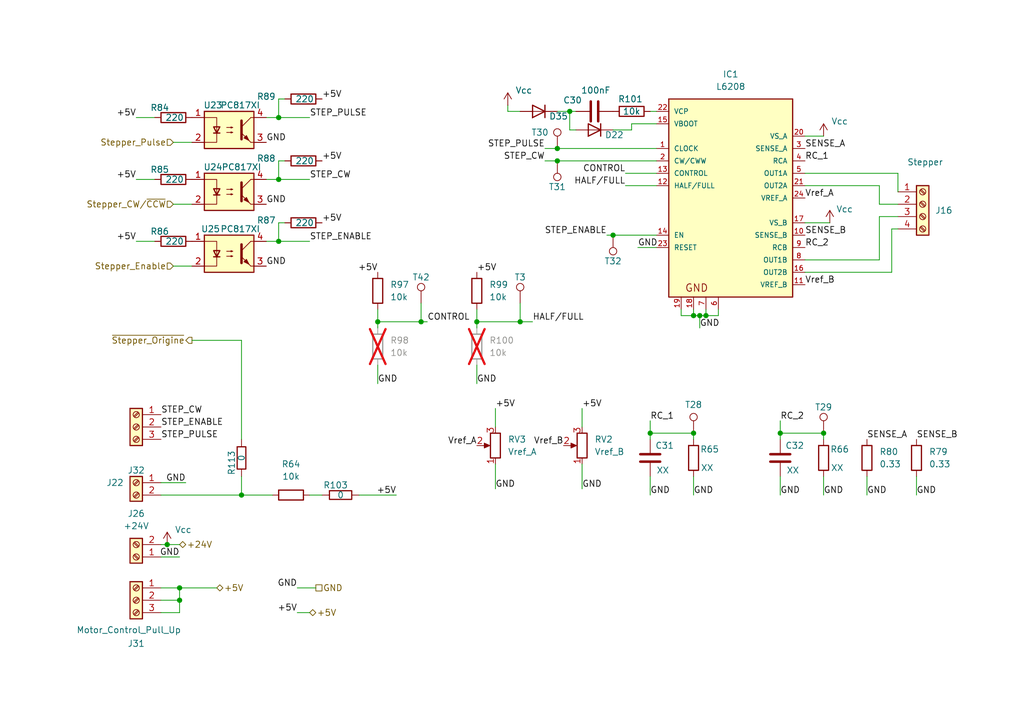
<source format=kicad_sch>
(kicad_sch (version 20231120) (generator "eeschema") (generator_version "8.0")
  (paper "A5")
  (title_block (title "Stepper controller") (date "2024-04-17") (rev "1.0"))
  (lib_symbols
    (symbol "Connector:Screw_Terminal_01x02" (pin_names (offset 1.016) hide)
      (property "Reference" "J" (at 0 2.54 0))
      (property "Value" "Screw_Terminal_01x02" (at 0 -5.08 0))
      (symbol "Screw_Terminal_01x02_1_1"
        (rectangle (start -1.27 1.27) (end 1.27 -3.81) (stroke (width 0.254)) (fill (type background)))
        (circle (center 0 -2.54) (radius 0.635) (stroke (width 0.1524)))
        (polyline (pts (xy -0.5334 -2.2098) (xy 0.3302 -3.048)) (stroke (width 0.1524)))
        (polyline (pts (xy -0.5334 0.3302) (xy 0.3302 -0.508)) (stroke (width 0.1524)))
        (polyline (pts (xy -0.3556 -2.032) (xy 0.508 -2.8702)) (stroke (width 0.1524)))
        (polyline (pts (xy -0.3556 0.508) (xy 0.508 -0.3302)) (stroke (width 0.1524)))
        (circle (center 0 0) (radius 0.635) (stroke (width 0.1524)))
        (pin passive line (at -5.08 0 0) (length 3.81) (name "Pin_1") (number "1"))
        (pin passive line (at -5.08 -2.54 0) (length 3.81) (name "Pin_2") (number "2"))
      )
    )
    (symbol "Connector:Screw_Terminal_01x03" (pin_names (offset 1.016) hide)
      (property "Reference" "J" (at 0 5.08 0))
      (property "Value" "Screw_Terminal_01x03" (at 0 -5.08 0))
      (symbol "Screw_Terminal_01x03_1_1"
        (rectangle (start -1.27 3.81) (end 1.27 -3.81) (stroke (width 0.254)) (fill (type background)))
        (circle (center 0 -2.54) (radius 0.635) (stroke (width 0.1524)))
        (polyline (pts (xy -0.5334 -2.2098) (xy 0.3302 -3.048)) (stroke (width 0.1524)))
        (polyline (pts (xy -0.5334 0.3302) (xy 0.3302 -0.508)) (stroke (width 0.1524)))
        (polyline (pts (xy -0.5334 2.8702) (xy 0.3302 2.032)) (stroke (width 0.1524)))
        (polyline (pts (xy -0.3556 -2.032) (xy 0.508 -2.8702)) (stroke (width 0.1524)))
        (polyline (pts (xy -0.3556 0.508) (xy 0.508 -0.3302)) (stroke (width 0.1524)))
        (polyline (pts (xy -0.3556 3.048) (xy 0.508 2.2098)) (stroke (width 0.1524)))
        (circle (center 0 0) (radius 0.635) (stroke (width 0.1524)))
        (circle (center 0 2.54) (radius 0.635) (stroke (width 0.1524)))
        (pin passive line (at -5.08 2.54 0) (length 3.81) (name "Pin_1") (number "1"))
        (pin passive line (at -5.08 0 0) (length 3.81) (name "Pin_2") (number "2"))
        (pin passive line (at -5.08 -2.54 0) (length 3.81) (name "Pin_3") (number "3"))
      )
    )
    (symbol "Connector:Screw_Terminal_01x04" (pin_names (offset 1.016) hide)
      (property "Reference" "J" (at 0 5.08 0))
      (property "Value" "Screw_Terminal_01x04" (at 0 -7.62 0))
      (symbol "Screw_Terminal_01x04_1_1"
        (rectangle (start -1.27 3.81) (end 1.27 -6.35) (stroke (width 0.254)) (fill (type background)))
        (circle (center 0 -5.08) (radius 0.635) (stroke (width 0.1524)))
        (circle (center 0 -2.54) (radius 0.635) (stroke (width 0.1524)))
        (polyline (pts (xy -0.5334 -4.7498) (xy 0.3302 -5.588)) (stroke (width 0.1524)))
        (polyline (pts (xy -0.5334 -2.2098) (xy 0.3302 -3.048)) (stroke (width 0.1524)))
        (polyline (pts (xy -0.5334 0.3302) (xy 0.3302 -0.508)) (stroke (width 0.1524)))
        (polyline (pts (xy -0.5334 2.8702) (xy 0.3302 2.032)) (stroke (width 0.1524)))
        (polyline (pts (xy -0.3556 -4.572) (xy 0.508 -5.4102)) (stroke (width 0.1524)))
        (polyline (pts (xy -0.3556 -2.032) (xy 0.508 -2.8702)) (stroke (width 0.1524)))
        (polyline (pts (xy -0.3556 0.508) (xy 0.508 -0.3302)) (stroke (width 0.1524)))
        (polyline (pts (xy -0.3556 3.048) (xy 0.508 2.2098)) (stroke (width 0.1524)))
        (circle (center 0 0) (radius 0.635) (stroke (width 0.1524)))
        (circle (center 0 2.54) (radius 0.635) (stroke (width 0.1524)))
        (pin passive line (at -5.08 2.54 0) (length 3.81) (name "Pin_1") (number "1"))
        (pin passive line (at -5.08 0 0) (length 3.81) (name "Pin_2") (number "2"))
        (pin passive line (at -5.08 -2.54 0) (length 3.81) (name "Pin_3") (number "3"))
        (pin passive line (at -5.08 -5.08 0) (length 3.81) (name "Pin_4") (number "4"))
      )
    )
    (symbol "Connector:TestPoint" (pin_numbers hide) (pin_names (offset 0.762) hide)
      (property "Reference" "TP" (at 0 6.858 0))
      (property "Value" "TestPoint" (at 0 5.08 0))
      (symbol "TestPoint_0_1"
        (circle (center 0 3.302) (radius 0.762))
      )
      (symbol "TestPoint_1_1"
        (pin passive line (at 0 0 90) (length 2.54) (name "1") (number "1"))
      )
    )
    (symbol "Device:C" (pin_numbers hide) (pin_names (offset 0.254))
      (property "Reference" "C" (at 0.635 2.54 0))
      (property "Value" "C" (at 0.635 -2.54 0))
      (symbol "C_0_1"
        (polyline (pts (xy -2.032 -0.762) (xy 2.032 -0.762)) (stroke (width 0.508)))
        (polyline (pts (xy -2.032 0.762) (xy 2.032 0.762)) (stroke (width 0.508)))
      )
      (symbol "C_1_1"
        (pin passive line (at 0 3.81 270) (length 2.794) (name "~") (number "1"))
        (pin passive line (at 0 -3.81 90) (length 2.794) (name "~") (number "2"))
      )
    )
    (symbol "Device:R" (pin_numbers hide) (pin_names (offset 0))
      (property "Reference" "R" (at 2.032 0 90))
      (property "Value" "R" (at 0 0 90))
      (symbol "R_0_1"
        (rectangle (start -1.016 -2.54) (end 1.016 2.54) (stroke (width 0.254)))
      )
      (symbol "R_1_1"
        (pin passive line (at 0 3.81 270) (length 1.27) (name "~") (number "1"))
        (pin passive line (at 0 -3.81 90) (length 1.27) (name "~") (number "2"))
      )
    )
    (symbol "Device:R_Potentiometer" (pin_names (offset 1.016) hide)
      (property "Reference" "RV" (at -4.445 0 90))
      (property "Value" "R_Potentiometer" (at -2.54 0 90))
      (symbol "R_Potentiometer_0_1"
        (polyline (pts (xy 2.54 0) (xy 1.524 0)))
        (polyline (pts (xy 1.143 0) (xy 2.286 0.508) (xy 2.286 -0.508) (xy 1.143 0)) (fill (type outline)))
        (rectangle (start 1.016 2.54) (end -1.016 -2.54) (stroke (width 0.254)))
      )
      (symbol "R_Potentiometer_1_1"
        (pin passive line (at 0 3.81 270) (length 1.27) (name "1") (number "1"))
        (pin passive line (at 3.81 0 180) (length 1.27) (name "2") (number "2"))
        (pin passive line (at 0 -3.81 90) (length 1.27) (name "3") (number "3"))
      )
    )
    (symbol "Diode:1N4148" (pin_numbers hide) (pin_names hide)
      (property "Reference" "D" (at 0 2.54 0))
      (property "Value" "1N4148" (at 0 -2.54 0))
      (symbol "1N4148_0_1"
        (polyline (pts (xy -1.27 1.27) (xy -1.27 -1.27)) (stroke (width 0.254)))
        (polyline (pts (xy 1.27 0) (xy -1.27 0)))
        (polyline (pts (xy 1.27 1.27) (xy 1.27 -1.27) (xy -1.27 0) (xy 1.27 1.27)) (stroke (width 0.254)))
      )
      (symbol "1N4148_1_1"
        (pin passive line (at -3.81 0 0) (length 2.54) (name "K") (number "1"))
        (pin passive line (at 3.81 0 180) (length 2.54) (name "A") (number "2"))
      )
    )
    (symbol "Isolator:PC817" (pin_names (offset 1.016))
      (property "Reference" "U" (at -5.08 5.08 0))
      (property "Value" "PC817" (at 0 5.08 0))
      (symbol "PC817_0_1"
        (rectangle (start -5.08 3.81) (end 5.08 -3.81) (stroke (width 0.254)) (fill (type background)))
        (polyline (pts (xy -3.175 -0.635) (xy -1.905 -0.635)) (stroke (width 0.254)))
        (polyline (pts (xy 2.54 0.635) (xy 4.445 2.54)))
        (polyline (pts (xy 4.445 -2.54) (xy 2.54 -0.635)) (fill (type outline)))
        (polyline (pts (xy 4.445 -2.54) (xy 5.08 -2.54)))
        (polyline (pts (xy 4.445 2.54) (xy 5.08 2.54)))
        (polyline (pts (xy -5.08 2.54) (xy -2.54 2.54) (xy -2.54 -0.635)))
        (polyline (pts (xy -2.54 -0.635) (xy -2.54 -2.54) (xy -5.08 -2.54)))
        (polyline (pts (xy 2.54 1.905) (xy 2.54 -1.905) (xy 2.54 -1.905)) (stroke (width 0.508)))
        (polyline (pts (xy -2.54 -0.635) (xy -3.175 0.635) (xy -1.905 0.635) (xy -2.54 -0.635)) (stroke (width 0.254)))
        (polyline (pts (xy -0.508 -0.508) (xy 0.762 -0.508) (xy 0.381 -0.635) (xy 0.381 -0.381) (xy 0.762 -0.508)))
        (polyline (pts (xy -0.508 0.508) (xy 0.762 0.508) (xy 0.381 0.381) (xy 0.381 0.635) (xy 0.762 0.508)))
        (polyline (pts (xy 3.048 -1.651) (xy 3.556 -1.143) (xy 4.064 -2.159) (xy 3.048 -1.651) (xy 3.048 -1.651)) (fill (type outline)))
      )
      (symbol "PC817_1_1"
        (pin passive line (at -7.62 2.54 0) (length 2.54) (name "~") (number "1"))
        (pin passive line (at -7.62 -2.54 0) (length 2.54) (name "~") (number "2"))
        (pin passive line (at 7.62 -2.54 180) (length 2.54) (name "~") (number "3"))
        (pin passive line (at 7.62 2.54 180) (length 2.54) (name "~") (number "4"))
      )
    )
    (symbol "L6208:L6208" (pin_names (offset 1.016))
      (property "Reference" "IC" (at -12.7204 21.6247 0))
      (property "Value" "L6208" (at 0 -22.8852 0))
      (symbol "L6208_0_0"
        (rectangle (start -12.7 -20.32) (end 12.7 20.32) (stroke (width 0.254)) (fill (type background)))
        (text "GND" (at -9.4127 -19.3341 0) (effects (font (size 1.5264 1.5264)) (justify left bottom)))
        (pin input line (at -15.24 10.16 0) (length 2.54) (name "CLOCK") (number "1"))
        (pin input line (at 15.24 -7.62 180) (length 2.54) (name "SENSE_B") (number "10"))
        (pin input line (at 15.24 -17.78 180) (length 2.54) (name "VREF_B") (number "11"))
        (pin input line (at -15.24 2.54 0) (length 2.54) (name "HALF/FULL") (number "12"))
        (pin input line (at -15.24 5.08 0) (length 2.54) (name "CONTROL") (number "13"))
        (pin input line (at -15.24 -7.62 0) (length 2.54) (name "EN") (number "14"))
        (pin input line (at -15.24 15.24 0) (length 2.54) (name "VBOOT") (number "15"))
        (pin output line (at 15.24 -15.24 180) (length 2.54) (name "OUT2B") (number "16"))
        (pin bidirectional line (at 15.24 -5.08 180) (length 2.54) (name "VS_B") (number "17"))
        (pin power_in line (at -7.62 -22.86 90) (length 2.54) (name "~") (number "18"))
        (pin power_in line (at -10.16 -22.86 90) (length 2.54) (name "~") (number "19"))
        (pin input line (at -15.24 7.62 0) (length 2.54) (name "CW/CWW") (number "2"))
        (pin bidirectional line (at 15.24 12.7 180) (length 2.54) (name "VS_A") (number "20"))
        (pin output line (at 15.24 2.54 180) (length 2.54) (name "OUT2A") (number "21"))
        (pin input line (at -15.24 17.78 0) (length 2.54) (name "VCP") (number "22"))
        (pin input line (at -15.24 -10.16 0) (length 2.54) (name "RESET") (number "23"))
        (pin input line (at 15.24 0 180) (length 2.54) (name "VREF_A") (number "24"))
        (pin input line (at 15.24 10.16 180) (length 2.54) (name "SENSE_A") (number "3"))
        (pin input line (at 15.24 7.62 180) (length 2.54) (name "RCA") (number "4"))
        (pin output line (at 15.24 5.08 180) (length 2.54) (name "OUT1A") (number "5"))
        (pin power_in line (at -2.54 -22.86 90) (length 2.54) (name "~") (number "6"))
        (pin power_in line (at -5.08 -22.86 90) (length 2.54) (name "~") (number "7"))
        (pin output line (at 15.24 -12.7 180) (length 2.54) (name "OUT1B") (number "8"))
        (pin input line (at 15.24 -10.16 180) (length 2.54) (name "RCB") (number "9"))
      )
    )
    (symbol "PCM_SL_Devices:Resistor_0.5W"
      (property "Reference" "R" (at 0 5.08 0))
      (property "Value" "Resistor_0.5W" (at 0 2.54 0))
      (symbol "Resistor_0.5W_0_1"
        (rectangle (start -2.286 0.889) (end 2.286 -0.889) (stroke (width 0.24)))
      )
      (symbol "Resistor_0.5W_1_1"
        (pin passive line (at -3.81 0 0) (length 1.5) (name "") (number "1"))
        (pin passive line (at 3.81 0 180) (length 1.5) (name "~") (number "2"))
      )
    )
    (symbol "power:+24V" (power) (pin_numbers hide) (pin_names (offset 0) hide)
      (property "Value" "+24V" (at 0 3.556 0))
      (symbol "+24V_0_1"
        (polyline (pts (xy -0.762 1.27) (xy 0 2.54)))
        (polyline (pts (xy 0 0) (xy 0 2.54)))
        (polyline (pts (xy 0 2.54) (xy 0.762 1.27)))
      )
      (symbol "+24V_1_1"
        (pin power_in line (at 0 0 90) (length 0) (name "~") (number "1"))
      )
    )
  )
  (junction (at 57.15 24.13))
  (junction (at 77.47 66.04))
  (junction (at 34.29 111.76))
  (junction (at 86.36 66.04))
  (junction (at 160.02 88.9))
  (junction (at 57.15 49.53))
  (junction (at 116.84 22.86))
  (junction (at 142.24 88.9))
  (junction (at 133.35 88.9))
  (junction (at 168.91 88.9))
  (junction (at 143.51 64.77))
  (junction (at 142.24 64.77))
  (junction (at 49.53 101.6))
  (junction (at 97.79 66.04))
  (junction (at 144.78 64.77))
  (junction (at 114.3 30.48))
  (junction (at 57.15 36.83))
  (junction (at 125.73 48.26))
  (junction (at 36.83 120.65))
  (junction (at 36.83 123.19))
  (junction (at 106.68 66.04))
  (junction (at 114.3 33.02))
  (wire (pts (xy 101.6 95.25) (xy 101.6 100.33)))
  (wire (pts (xy 27.94 24.13) (xy 31.75 24.13)))
  (wire (pts (xy 160.02 97.79) (xy 160.02 101.6)))
  (wire (pts (xy 106.68 66.04) (xy 97.79 66.04)))
  (wire (pts (xy 165.1 38.1) (xy 180.34 38.1)))
  (wire (pts (xy 180.34 53.34) (xy 180.34 44.45)))
  (wire (pts (xy 180.34 38.1) (xy 180.34 41.91)))
  (wire (pts (xy 165.1 55.88) (xy 182.88 55.88)))
  (wire (pts (xy 109.22 66.04) (xy 106.68 66.04)))
  (wire (pts (xy 104.14 22.86) (xy 106.68 22.86)))
  (wire (pts (xy 139.7 63.5) (xy 139.7 64.77)))
  (wire (pts (xy 57.15 45.72) (xy 58.42 45.72)))
  (wire (pts (xy 36.83 111.76) (xy 34.29 111.76)))
  (wire (pts (xy 116.84 26.67) (xy 118.11 26.67)))
  (wire (pts (xy 119.38 83.82) (xy 119.38 87.63)))
  (wire (pts (xy 125.73 26.67) (xy 129.54 26.67)))
  (wire (pts (xy 129.54 25.4) (xy 134.62 25.4)))
  (wire (pts (xy 180.34 41.91) (xy 184.15 41.91)))
  (wire (pts (xy 77.47 74.93) (xy 77.47 78.74)))
  (wire (pts (xy 27.94 36.83) (xy 31.75 36.83)))
  (wire (pts (xy 49.53 69.85) (xy 49.53 90.17)))
  (wire (pts (xy 54.61 24.13) (xy 57.15 24.13)))
  (wire (pts (xy 104.14 21.59) (xy 104.14 22.86)))
  (wire (pts (xy 57.15 49.53) (xy 57.15 45.72)))
  (wire (pts (xy 57.15 36.83) (xy 57.15 33.02)))
  (wire (pts (xy 128.27 38.1) (xy 134.62 38.1)))
  (wire (pts (xy 165.1 27.94) (xy 168.91 27.94)))
  (wire (pts (xy 144.78 64.77) (xy 143.51 64.77)))
  (wire (pts (xy 128.27 35.56) (xy 134.62 35.56)))
  (wire (pts (xy 106.68 62.23) (xy 106.68 66.04)))
  (wire (pts (xy 142.24 63.5) (xy 142.24 64.77)))
  (wire (pts (xy 63.5 125.73) (xy 60.96 125.73)))
  (wire (pts (xy 147.32 64.77) (xy 144.78 64.77)))
  (wire (pts (xy 177.8 97.79) (xy 177.8 101.6)))
  (wire (pts (xy 97.79 66.04) (xy 97.79 67.31)))
  (wire (pts (xy 133.35 22.86) (xy 134.62 22.86)))
  (wire (pts (xy 54.61 49.53) (xy 57.15 49.53)))
  (wire (pts (xy 35.56 54.61) (xy 39.37 54.61)))
  (wire (pts (xy 97.79 63.5) (xy 97.79 66.04)))
  (wire (pts (xy 116.84 22.86) (xy 116.84 26.67)))
  (wire (pts (xy 184.15 35.56) (xy 184.15 39.37)))
  (wire (pts (xy 57.15 24.13) (xy 57.15 20.32)))
  (wire (pts (xy 114.3 22.86) (xy 116.84 22.86)))
  (wire (pts (xy 119.38 95.25) (xy 119.38 100.33)))
  (wire (pts (xy 111.76 33.02) (xy 114.3 33.02)))
  (wire (pts (xy 124.46 48.26) (xy 125.73 48.26)))
  (wire (pts (xy 182.88 46.99) (xy 184.15 46.99)))
  (wire (pts (xy 111.76 30.48) (xy 114.3 30.48)))
  (wire (pts (xy 114.3 33.02) (xy 134.62 33.02)))
  (wire (pts (xy 144.78 63.5) (xy 144.78 64.77)))
  (wire (pts (xy 160.02 88.9) (xy 160.02 90.17)))
  (wire (pts (xy 57.15 24.13) (xy 63.5 24.13)))
  (wire (pts (xy 130.81 50.8) (xy 134.62 50.8)))
  (wire (pts (xy 125.73 48.26) (xy 134.62 48.26)))
  (wire (pts (xy 165.1 35.56) (xy 184.15 35.56)))
  (wire (pts (xy 142.24 90.17) (xy 142.24 88.9)))
  (wire (pts (xy 168.91 97.79) (xy 168.91 101.6)))
  (wire (pts (xy 77.47 66.04) (xy 77.47 67.31)))
  (wire (pts (xy 34.29 111.76) (xy 33.02 111.76)))
  (wire (pts (xy 114.3 30.48) (xy 134.62 30.48)))
  (wire (pts (xy 139.7 64.77) (xy 142.24 64.77)))
  (wire (pts (xy 129.54 26.67) (xy 129.54 25.4)))
  (wire (pts (xy 187.96 97.79) (xy 187.96 101.6)))
  (wire (pts (xy 33.02 99.06) (xy 38.1 99.06)))
  (wire (pts (xy 77.47 63.5) (xy 77.47 66.04)))
  (wire (pts (xy 33.02 125.73) (xy 36.83 125.73)))
  (wire (pts (xy 36.83 114.3) (xy 33.02 114.3)))
  (wire (pts (xy 57.15 36.83) (xy 63.5 36.83)))
  (wire (pts (xy 142.24 97.79) (xy 142.24 101.6)))
  (wire (pts (xy 118.11 22.86) (xy 116.84 22.86)))
  (wire (pts (xy 39.37 69.85) (xy 49.53 69.85)))
  (wire (pts (xy 57.15 33.02) (xy 58.42 33.02)))
  (wire (pts (xy 44.45 120.65) (xy 36.83 120.65)))
  (wire (pts (xy 165.1 53.34) (xy 180.34 53.34)))
  (wire (pts (xy 57.15 49.53) (xy 63.5 49.53)))
  (wire (pts (xy 182.88 55.88) (xy 182.88 46.99)))
  (wire (pts (xy 86.36 62.23) (xy 86.36 66.04)))
  (wire (pts (xy 66.04 101.6) (xy 63.5 101.6)))
  (wire (pts (xy 64.77 120.65) (xy 60.96 120.65)))
  (wire (pts (xy 133.35 88.9) (xy 142.24 88.9)))
  (wire (pts (xy 97.79 74.93) (xy 97.79 78.74)))
  (wire (pts (xy 87.63 66.04) (xy 86.36 66.04)))
  (wire (pts (xy 36.83 120.65) (xy 33.02 120.65)))
  (wire (pts (xy 160.02 88.9) (xy 168.91 88.9)))
  (wire (pts (xy 36.83 123.19) (xy 36.83 120.65)))
  (wire (pts (xy 133.35 86.36) (xy 133.35 88.9)))
  (wire (pts (xy 81.28 101.6) (xy 73.66 101.6)))
  (wire (pts (xy 147.32 63.5) (xy 147.32 64.77)))
  (wire (pts (xy 35.56 29.21) (xy 39.37 29.21)))
  (wire (pts (xy 168.91 90.17) (xy 168.91 88.9)))
  (wire (pts (xy 35.56 41.91) (xy 39.37 41.91)))
  (wire (pts (xy 49.53 101.6) (xy 55.88 101.6)))
  (wire (pts (xy 133.35 88.9) (xy 133.35 90.17)))
  (wire (pts (xy 142.24 64.77) (xy 143.51 64.77)))
  (wire (pts (xy 143.51 64.77) (xy 143.51 67.31)))
  (wire (pts (xy 101.6 83.82) (xy 101.6 87.63)))
  (wire (pts (xy 54.61 36.83) (xy 57.15 36.83)))
  (wire (pts (xy 160.02 86.36) (xy 160.02 88.9)))
  (wire (pts (xy 57.15 20.32) (xy 58.42 20.32)))
  (wire (pts (xy 33.02 123.19) (xy 36.83 123.19)))
  (wire (pts (xy 180.34 44.45) (xy 184.15 44.45)))
  (wire (pts (xy 86.36 66.04) (xy 77.47 66.04)))
  (wire (pts (xy 165.1 45.72) (xy 170.18 45.72)))
  (wire (pts (xy 27.94 49.53) (xy 31.75 49.53)))
  (wire (pts (xy 49.53 97.79) (xy 49.53 101.6)))
  (wire (pts (xy 49.53 101.6) (xy 33.02 101.6)))
  (wire (pts (xy 133.35 97.79) (xy 133.35 101.6)))
  (wire (pts (xy 36.83 125.73) (xy 36.83 123.19)))
  (label "GND" (at 38.1 99.06 180))
  (label "STEP_ENABLE" (at 63.5 49.53 0))
  (label "GND" (at 101.6 100.33 0))
  (label "SENSE_A" (at 165.1 30.48 0))
  (label "+5V" (at 66.04 20.32 0))
  (label "GND" (at 177.8 101.6 0))
  (label "STEP_PULSE" (at 33.02 90.17 0))
  (label "GND" (at 54.61 29.21 0))
  (label "STEP_PULSE" (at 63.5 24.13 0))
  (label "+5V" (at 77.47 55.88 180))
  (label "GND" (at 130.81 50.8 0))
  (label "+5V" (at 27.94 49.53 180))
  (label "CONTROL" (at 87.63 66.04 0))
  (label "GND" (at 168.91 101.6 0))
  (label "RC_1" (at 133.35 86.36 0))
  (label "SENSE_B" (at 187.96 90.17 0))
  (label "STEP_ENABLE" (at 33.02 87.63 0))
  (label "STEP_ENABLE" (at 124.46 48.26 180))
  (label "STEP_CW" (at 33.02 85.09 0))
  (label "+5V" (at 66.04 33.02 0))
  (label "GND" (at 36.83 114.3 180))
  (label "GND" (at 97.79 78.74 0))
  (label "Vref_B" (at 165.1 58.42 0))
  (label "+5V" (at 27.94 24.13 180))
  (label "GND" (at 54.61 41.91 0))
  (label "STEP_CW" (at 63.5 36.83 0))
  (label "GND" (at 119.38 100.33 0))
  (label "GND" (at 54.61 54.61 0))
  (label "Vref_B" (at 115.57 91.44 180))
  (label "GND" (at 160.02 101.6 0))
  (label "GND" (at 142.24 101.6 0))
  (label "RC_2" (at 165.1 50.8 0))
  (label "+5V" (at 27.94 36.83 180))
  (label "Vref_A" (at 97.79 91.44 180))
  (label "RC_2" (at 160.02 86.36 0))
  (label "+5V" (at 119.38 83.82 0))
  (label "STEP_PULSE" (at 111.76 30.48 180))
  (label "SENSE_A" (at 177.8 90.17 0))
  (label "CONTROL" (at 128.27 35.56 180))
  (label "Vref_A" (at 165.1 40.64 0))
  (label "+5V" (at 81.28 101.6 180))
  (label "GND" (at 77.47 78.74 0))
  (label "+5V" (at 66.04 45.72 0))
  (label "STEP_CW" (at 111.76 33.02 180))
  (label "HALF{slash}FULL" (at 128.27 38.1 180))
  (label "GND" (at 133.35 101.6 0))
  (label "GND" (at 143.51 67.31 0))
  (label "+5V" (at 101.6 83.82 0))
  (label "GND" (at 60.96 120.65 180))
  (label "+5V" (at 60.96 125.73 180))
  (label "HALF{slash}FULL" (at 109.22 66.04 0))
  (label "+5V" (at 97.79 55.88 0))
  (label "RC_1" (at 165.1 33.02 0))
  (label "SENSE_B" (at 165.1 48.26 0))
  (label "GND" (at 187.96 101.6 0))
  (hierarchical_label "+24V" (shape bidirectional) (at 36.83 111.76 0))
  (hierarchical_label "Stepper_Pulse" (shape input) (at 35.56 29.21 180))
  (hierarchical_label "GND" (shape passive) (at 64.77 120.65 0))
  (hierarchical_label "Stepper_CW{slash}~{CCW}" (shape input) (at 35.56 41.91 180))
  (hierarchical_label "+5V" (shape bidirectional) (at 63.5 125.73 0))
  (hierarchical_label "+5V" (shape bidirectional) (at 44.45 120.65 0))
  (hierarchical_label "Stepper_Enable" (shape input) (at 35.56 54.61 180))
  (hierarchical_label "~{Stepper_Origine}" (shape output) (at 39.37 69.85 180))
  (symbol (lib_id "PCM_SL_Devices:Resistor_0.5W") (at 49.53 93.98 90) (unit 1)
    (property "Reference" "R113" (at 47.498 94.996 0))
    (property "Value" "0" (at 49.53 93.98 0))
    (property "Footprint" "Resistor_SMD:R_0603_1608Metric" (effects (hide yes)))
  )
  (symbol (lib_id "Connector:TestPoint") (at 114.3 30.48 0) (unit 1)
    (property "Reference" "T30" (at 110.744 27.178 0))
    (property "Value" "TP" (effects (hide yes)))
    (property "Footprint" "TestPoint:TestPoint_Pad_D1.0mm" (effects (hide yes)))
    (property "Description" "test point" (effects (hide yes)))
  )
  (symbol (lib_id "power:+24V") (at 34.29 111.76 0) (unit 1)
    (property "Reference" "#PWR048" (effects (hide yes)))
    (property "Value" "Vcc" (at 37.592 108.712 0))
    (property "Description" "Power symbol creates a global label with name \"+24V\"" (effects (hide yes)))
  )
  (symbol (lib_id "power:+24V") (at 168.91 27.94 0) (unit 1)
    (property "Reference" "#PWR042" (effects (hide yes)))
    (property "Value" "Vcc" (at 172.212 24.892 0))
    (property "Description" "Power symbol creates a global label with name \"+24V\"" (effects (hide yes)))
  )
  (symbol (lib_id "Connector:TestPoint") (at 142.24 88.9 0) (unit 1)
    (property "Reference" "T28" (at 142.24 83.058 0))
    (property "Value" "TP" (effects (hide yes)))
    (property "Footprint" "TestPoint:TestPoint_Pad_D1.0mm" (effects (hide yes)))
    (property "Description" "test point" (effects (hide yes)))
  )
  (symbol (lib_id "Device:C") (at 133.35 93.98 0) (unit 1)
    (property "Reference" "C31" (at 134.366 91.44 0) (effects (justify left)))
    (property "Value" "XX" (at 134.62 96.52 0) (effects (justify left)))
    (property "Footprint" "Capacitor_SMD:C_0603_1608Metric" (effects (hide yes)))
  )
  (symbol (lib_id "Device:R") (at 62.23 45.72 270) (unit 1)
    (property "Reference" "R87" (at 54.61 45.212 90))
    (property "Value" "220" (at 62.484 45.72 90))
    (property "Footprint" "Resistor_SMD:R_0603_1608Metric" (effects (hide yes)))
  )
  (symbol (lib_id "Device:R") (at 77.47 71.12 0) (mirror y) (unit 1) (in_bom no) (dnp yes)
    (property "Reference" "R98" (at 80.01 69.8499 0) (effects (justify right)))
    (property "Value" "10k" (at 80.01 72.3899 0) (effects (justify right)))
    (property "Footprint" "Resistor_SMD:R_0603_1608Metric" (effects (hide yes)))
  )
  (symbol (lib_id "Connector:TestPoint") (at 168.91 88.9 0) (unit 1)
    (property "Reference" "T29" (at 168.91 83.566 0))
    (property "Value" "TP" (effects (hide yes)))
    (property "Footprint" "TestPoint:TestPoint_Pad_D1.0mm" (effects (hide yes)))
    (property "Description" "test point" (effects (hide yes)))
  )
  (symbol (lib_id "Device:C") (at 160.02 93.98 0) (unit 1)
    (property "Reference" "C32" (at 161.036 91.44 0) (effects (justify left)))
    (property "Value" "XX" (at 161.29 96.52 0) (effects (justify left)))
    (property "Footprint" "Capacitor_SMD:C_0603_1608Metric" (effects (hide yes)))
  )
  (symbol (lib_id "Connector:TestPoint") (at 114.3 33.02 180) (unit 1)
    (property "Reference" "T31" (at 114.3 38.354 0))
    (property "Value" "TP" (effects (hide yes)))
    (property "Footprint" "TestPoint:TestPoint_Pad_D1.0mm" (effects (hide yes)))
    (property "Description" "test point" (effects (hide yes)))
  )
  (symbol (lib_id "Device:R") (at 142.24 93.98 180) (unit 1)
    (property "Reference" "R65" (at 145.542 92.202 0))
    (property "Value" "XX" (at 145.034 96.012 0))
    (property "Footprint" "Resistor_SMD:R_0603_1608Metric" (effects (hide yes)))
  )
  (symbol (lib_id "Device:R_Potentiometer") (at 101.6 91.44 180) (unit 1)
    (property "Reference" "RV3" (at 104.14 90.1699 0) (effects (justify right)))
    (property "Value" "Vref_A" (at 104.14 92.7099 0) (effects (justify right)))
    (property "Footprint" "Potentiometer_SMD:Potentiometer_Bourns_TC33X_Vertical" (effects (hide yes)))
    (property "Description" "Potentiometer" (effects (hide yes)))
  )
  (symbol (lib_id "Device:R") (at 168.91 93.98 180) (unit 1)
    (property "Reference" "R66" (at 172.212 92.202 0))
    (property "Value" "XX" (at 171.704 96.012 0))
    (property "Footprint" "Resistor_SMD:R_0603_1608Metric" (effects (hide yes)))
  )
  (symbol (lib_id "Device:R") (at 59.69 101.6 270) (mirror x) (unit 1)
    (property "Reference" "R64" (at 59.69 95.25 90))
    (property "Value" "10k" (at 59.69 97.79 90))
    (property "Footprint" "Resistor_SMD:R_0603_1608Metric" (effects (hide yes)))
  )
  (symbol (lib_id "Connector:TestPoint") (at 106.68 62.23 0) (unit 1)
    (property "Reference" "T3" (at 106.68 56.896 0))
    (property "Value" "TP" (effects (hide yes)))
    (property "Footprint" "TestPoint:TestPoint_Pad_D1.0mm" (effects (hide yes)))
    (property "Description" "test point" (effects (hide yes)))
  )
  (symbol (lib_id "Connector:TestPoint") (at 125.73 48.26 180) (unit 1)
    (property "Reference" "T32" (at 125.73 53.594 0))
    (property "Value" "TP" (effects (hide yes)))
    (property "Footprint" "TestPoint:TestPoint_Pad_D1.0mm" (effects (hide yes)))
    (property "Description" "test point" (effects (hide yes)))
  )
  (symbol (lib_id "Connector:Screw_Terminal_01x03") (at 27.94 87.63 0) (mirror y) (unit 1)
    (property "Reference" "J32" (at 27.94 96.52 0))
    (property "Value" "KF128-2.54_3P" (effects (hide yes)))
    (property "Footprint" "TerminalBlock_Phoenix:TerminalBlock_Phoenix_MPT-0,5-3-2.54_1x03_P2.54mm_Horizontal" (effects (hide yes)))
    (property "Description" "Generic screw terminal, single row, 01x03, script generated (kicad-library-utils/schlib/autogen/connector/)" (effects (hide yes)))
  )
  (symbol (lib_id "power:+24V") (at 104.14 21.59 0) (unit 1)
    (property "Reference" "#PWR044" (effects (hide yes)))
    (property "Value" "Vcc" (at 107.442 18.542 0))
    (property "Description" "Power symbol creates a global label with name \"+24V\"" (effects (hide yes)))
  )
  (symbol (lib_id "Device:R") (at 97.79 71.12 0) (mirror y) (unit 1) (dnp yes)
    (property "Reference" "R100" (at 100.33 69.8499 0) (effects (justify right)))
    (property "Value" "10k" (at 100.33 72.3899 0) (effects (justify right)))
    (property "Footprint" "Resistor_SMD:R_0603_1608Metric" (effects (hide yes)))
  )
  (symbol (lib_id "Isolator:PC817") (at 46.99 39.37 0) (unit 1)
    (property "Reference" "U24" (at 43.688 34.29 0))
    (property "Value" "PC817XI" (at 49.53 34.29 0))
    (property "Footprint" "Package_SO:SOP-4_4.4x2.6mm_P1.27mm" (effects (hide yes)))
    (property "Datasheet" "http://www.soselectronic.cz/a_info/resource/d/pc817.pdf" (effects (hide yes)))
  )
  (symbol (lib_id "Device:R") (at 129.54 22.86 270) (unit 1)
    (property "Reference" "R101" (at 129.286 20.32 90))
    (property "Value" "10k" (at 129.54 22.86 90))
    (property "Footprint" "Resistor_SMD:R_0603_1608Metric" (effects (hide yes)))
  )
  (symbol (lib_id "Device:R") (at 62.23 20.32 270) (unit 1)
    (property "Reference" "R89" (at 54.61 19.812 90))
    (property "Value" "220" (at 62.484 20.32 90))
    (property "Footprint" "Resistor_SMD:R_0603_1608Metric" (effects (hide yes)))
  )
  (symbol (lib_id "Device:C") (at 121.92 22.86 90) (unit 1)
    (property "Reference" "C30" (at 119.38 20.574 90) (effects (justify left)))
    (property "Value" "100nF" (at 125.222 18.542 90) (effects (justify left)))
    (property "Footprint" "Capacitor_SMD:C_0603_1608Metric" (effects (hide yes)))
  )
  (symbol (lib_id "Device:R") (at 97.79 59.69 0) (mirror y) (unit 1)
    (property "Reference" "R99" (at 100.33 58.4199 0) (effects (justify right)))
    (property "Value" "10k" (at 100.33 60.9599 0) (effects (justify right)))
    (property "Footprint" "Resistor_SMD:R_0603_1608Metric" (effects (hide yes)))
  )
  (symbol (lib_id "Device:R") (at 35.56 24.13 270) (unit 1)
    (property "Reference" "R84" (at 32.766 22.098 90))
    (property "Value" "220" (at 35.814 24.13 90))
    (property "Footprint" "Resistor_SMD:R_0603_1608Metric" (effects (hide yes)))
  )
  (symbol (lib_id "Isolator:PC817") (at 46.99 26.67 0) (unit 1)
    (property "Reference" "U23" (at 43.688 21.59 0))
    (property "Value" "PC817XI" (at 49.276 21.59 0))
    (property "Footprint" "Package_SO:SOP-4_4.4x2.6mm_P1.27mm" (effects (hide yes)))
    (property "Datasheet" "http://www.soselectronic.cz/a_info/resource/d/pc817.pdf" (effects (hide yes)))
  )
  (symbol (lib_id "Device:R") (at 77.47 59.69 0) (mirror y) (unit 1)
    (property "Reference" "R97" (at 80.01 58.4199 0) (effects (justify right)))
    (property "Value" "10k" (at 80.01 60.9599 0) (effects (justify right)))
    (property "Footprint" "Resistor_SMD:R_0603_1608Metric" (effects (hide yes)))
  )
  (symbol (lib_id "Connector:Screw_Terminal_01x02") (at 27.94 99.06 0) (mirror y) (unit 1)
    (property "Reference" "J22" (at 25.4 99.0599 0) (effects (justify left)))
    (property "Value" "KF128-2.54_2P" (effects (hide yes)))
    (property "Footprint" "TerminalBlock_Phoenix:TerminalBlock_Phoenix_MPT-0,5-2-2.54_1x02_P2.54mm_Horizontal" (effects (hide yes)))
    (property "Description" "Generic screw terminal, single row, 01x02, script generated (kicad-library-utils/schlib/autogen/connector/)" (effects (hide yes)))
  )
  (symbol (lib_id "Connector:Screw_Terminal_01x04") (at 189.23 41.91 0) (unit 1)
    (property "Reference" "J16" (at 191.77 43.1799 0) (effects (justify left)))
    (property "Value" "Stepper" (at 189.738 33.274 0))
    (property "Footprint" "Connector_Phoenix_MSTB:PhoenixContact_MSTBA_2,5_4-G-5,08_1x04_P5.08mm_Horizontal" (effects (hide yes)))
    (property "Description" "Generic screw terminal, single row, 01x04, script generated (kicad-library-utils/schlib/autogen/connector/)" (effects (hide yes)))
  )
  (symbol (lib_id "Device:R") (at 35.56 36.83 270) (unit 1)
    (property "Reference" "R85" (at 32.766 34.798 90))
    (property "Value" "220" (at 35.814 36.83 90))
    (property "Footprint" "Resistor_SMD:R_0603_1608Metric" (effects (hide yes)))
  )
  (symbol (lib_id "Device:R") (at 177.8 93.98 0) (unit 1)
    (property "Reference" "R80" (at 180.34 92.7099 0) (effects (justify left)))
    (property "Value" "0.33" (at 180.34 95.2499 0) (effects (justify left)))
    (property "Footprint" "Resistor_THT:R_Axial_DIN0414_L11.9mm_D4.5mm_P15.24mm_Horizontal" (effects (hide yes)))
    (property "Description" "Resistor" (effects (hide yes)))
  )
  (symbol (lib_id "PCM_SL_Devices:Resistor_0.5W") (at 69.85 101.6 0) (unit 1)
    (property "Reference" "R103" (at 68.834 99.568 0))
    (property "Value" "0" (at 69.85 101.6 0))
    (property "Footprint" "Resistor_SMD:R_0603_1608Metric" (effects (hide yes)))
  )
  (symbol (lib_id "Device:R") (at 187.96 93.98 0) (unit 1)
    (property "Reference" "R79" (at 190.5 92.7099 0) (effects (justify left)))
    (property "Value" "0.33" (at 190.5 95.2499 0) (effects (justify left)))
    (property "Footprint" "Resistor_THT:R_Axial_DIN0414_L11.9mm_D4.5mm_P15.24mm_Horizontal" (effects (hide yes)))
    (property "Description" "Resistor" (effects (hide yes)))
  )
  (symbol (lib_id "Connector:TestPoint") (at 86.36 62.23 0) (unit 1)
    (property "Reference" "T42" (at 86.36 56.896 0))
    (property "Value" "TP" (effects (hide yes)))
    (property "Footprint" "TestPoint:TestPoint_Pad_D1.0mm" (effects (hide yes)))
    (property "Description" "test point" (effects (hide yes)))
  )
  (symbol (lib_id "Device:R") (at 35.56 49.53 270) (unit 1)
    (property "Reference" "R86" (at 32.766 47.498 90))
    (property "Value" "220" (at 35.814 49.53 90))
    (property "Footprint" "Resistor_SMD:R_0603_1608Metric" (effects (hide yes)))
  )
  (symbol (lib_id "Diode:1N4148") (at 110.49 22.86 180) (unit 1)
    (property "Reference" "D35" (at 114.554 23.876 0))
    (property "Value" "1N4148" (effects (hide yes)))
    (property "Footprint" "Diode_SMD:D_SOD-323" (effects (hide yes)))
    (property "Datasheet" "https://assets.nexperia.com/documents/data-sheet/1N4148_1N4448.pdf" (effects (hide yes)))
    (property "Description" "100V 0.15A standard switching diode, DO-35" (effects (hide yes)))
    (property "Sim.Device" "D" (effects (hide yes)))
    (property "Sim.Pins" "1=K 2=A" (effects (hide yes)))
  )
  (symbol (lib_id "Device:R") (at 62.23 33.02 270) (unit 1)
    (property "Reference" "R88" (at 54.61 32.512 90))
    (property "Value" "220" (at 62.484 33.02 90))
    (property "Footprint" "Resistor_SMD:R_0603_1608Metric" (effects (hide yes)))
  )
  (symbol (lib_id "Diode:1N4148") (at 121.92 26.67 180) (unit 1)
    (property "Reference" "D22" (at 125.984 27.686 0))
    (property "Value" "1N4148" (effects (hide yes)))
    (property "Footprint" "Diode_SMD:D_SOD-323" (effects (hide yes)))
    (property "Datasheet" "https://assets.nexperia.com/documents/data-sheet/1N4148_1N4448.pdf" (effects (hide yes)))
    (property "Description" "100V 0.15A standard switching diode, DO-35" (effects (hide yes)))
    (property "Sim.Device" "D" (effects (hide yes)))
    (property "Sim.Pins" "1=K 2=A" (effects (hide yes)))
  )
  (symbol (lib_id "Device:R_Potentiometer") (at 119.38 91.44 180) (unit 1)
    (property "Reference" "RV2" (at 121.92 90.1699 0) (effects (justify right)))
    (property "Value" "Vref_B" (at 121.92 92.7099 0) (effects (justify right)))
    (property "Footprint" "Potentiometer_SMD:Potentiometer_Bourns_TC33X_Vertical" (effects (hide yes)))
    (property "Description" "Potentiometer" (effects (hide yes)))
  )
  (symbol (lib_id "power:+24V") (at 170.18 45.72 0) (unit 1)
    (property "Reference" "#PWR043" (effects (hide yes)))
    (property "Value" "Vcc" (at 173.228 42.926 0))
    (property "Description" "Power symbol creates a global label with name \"+24V\"" (effects (hide yes)))
  )
  (symbol (lib_id "Connector:Screw_Terminal_01x02") (at 27.94 114.3 180) (unit 1)
    (property "Reference" "J26" (at 27.94 105.41 0))
    (property "Value" "+24V" (at 27.94 107.95 0))
    (property "Footprint" "Connector_Phoenix_MSTB:PhoenixContact_MSTBA_2,5_2-G-5,08_1x02_P5.08mm_Horizontal" (effects (hide yes)))
  )
  (symbol (lib_id "Connector:Screw_Terminal_01x03") (at 27.94 123.19 0) (mirror y) (unit 1)
    (property "Reference" "J31" (at 27.94 132.08 0))
    (property "Value" "Motor_Control_Pull_Up" (at 26.416 129.286 0))
    (property "Footprint" "TerminalBlock_Phoenix:TerminalBlock_Phoenix_MPT-0,5-3-2.54_1x03_P2.54mm_Horizontal" (effects (hide yes)))
    (property "Description" "Generic screw terminal, single row, 01x03, script generated (kicad-library-utils/schlib/autogen/connector/)" (effects (hide yes)))
  )
  (symbol (lib_id "Isolator:PC817") (at 46.99 52.07 0) (unit 1)
    (property "Reference" "U25" (at 43.18 46.99 0))
    (property "Value" "PC817XI" (at 49.276 46.99 0))
    (property "Footprint" "Package_SO:SOP-4_4.4x2.6mm_P1.27mm" (effects (hide yes)))
    (property "Datasheet" "http://www.soselectronic.cz/a_info/resource/d/pc817.pdf" (effects (hide yes)))
  )
  (symbol (lib_id "L6208:L6208") (at 149.86 40.64 0) (unit 1)
    (property "Reference" "IC1" (at 149.86 15.24 0))
    (property "Value" "L6208" (at 149.86 17.78 0))
    (property "Footprint" "Package_SO:ST_PowerSSO-36_SlugDown_ThermalVias" (effects (hide yes)))
    (property "MF" "STMicroelectronics" (effects (hide yes)))
    (property "Description_1" "\nBipolar Motor Driver DMOS Parallel 48-QFN (7x7)\n" (effects (hide yes)))
    (property "Package" "BSSOP-36 STMicroelectronics" (effects (hide yes)))
    (property "Price" "None" (effects (hide yes)))
    (property "SnapEDA_Link" "https://www.snapeda.com/parts/L6208/STMicroelectronics/view-part/?ref=snap" (effects (hide yes)))
    (property "MP" "L6208" (effects (hide yes)))
    (property "Availability" "Not in stock" (effects (hide yes)))
    (property "Check_prices" "https://www.snapeda.com/parts/L6208/STMicroelectronics/view-part/?ref=eda" (effects (hide yes)))
  )
)
</source>
